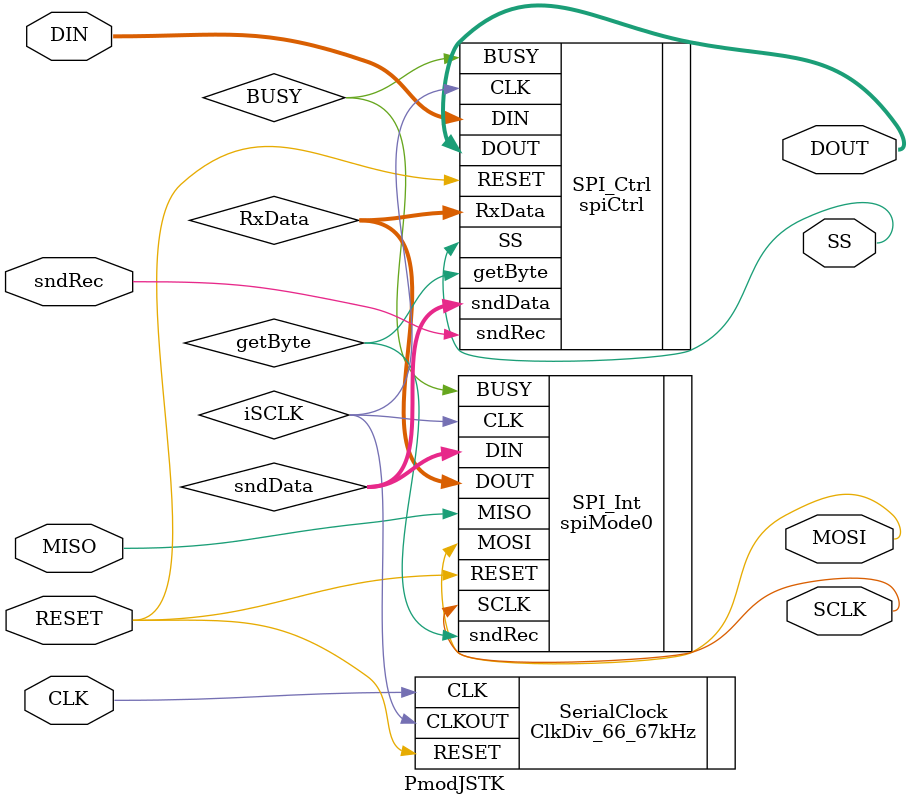
<source format=v>
`timescale 1ns / 1ps

// ==============================================================================
// 										  Define Module
// ==============================================================================
module PmodJSTK(
    input CLK,						// 100MHz onboard clock
    input RESET,						// Reset
    input sndRec,					// Send receive, initializes data read/write
    input [7:0] DIN,				// Data that is to be sent to the slave
    input MISO,						// Master in slave out
    output SS,						// Slave select, active low
    output SCLK,					// Serial clock
    output MOSI,					// Master out slave in
    output [39:0] DOUT			// All data read from the slave
);

    wire getByte;									// Initiates a data byte transfer in SPI_Int
    wire [7:0] sndData;							// Data to be sent to Slave
    wire [7:0] RxData;							// Output data from SPI_Int
    wire BUSY;										// Handshake from SPI_Int to SPI_Ctrl
    
    // 66.67kHz Clock Divider, period 15us
    wire iSCLK;										// Internal serial clock
    
    //-----------------------------------------------
    //  	  				SPI Controller
    //-----------------------------------------------
    spiCtrl SPI_Ctrl(
        .CLK(iSCLK),
        .RESET(RESET),
        .sndRec(sndRec),
        .BUSY(BUSY),
        .DIN(DIN),
        .RxData(RxData),
        .SS(SS),
        .getByte(getByte),
        .sndData(sndData),
        .DOUT(DOUT)
    );

    //-----------------------------------------------
    //  	  				  SPI Mode 0
    //-----------------------------------------------
    spiMode0 SPI_Int(
        .CLK(iSCLK),
        .RESET(RESET),
        .sndRec(getByte),
        .DIN(sndData),
        .MISO(MISO),
        .MOSI(MOSI),
        .SCLK(SCLK),
        .BUSY(BUSY),
        .DOUT(RxData)
    );

    //-----------------------------------------------
    //  	  				SPI Controller
    //-----------------------------------------------
    ClkDiv_66_67kHz SerialClock(
        .CLK(CLK),
        .RESET(RESET),
        .CLKOUT(iSCLK)
    );

endmodule

</source>
